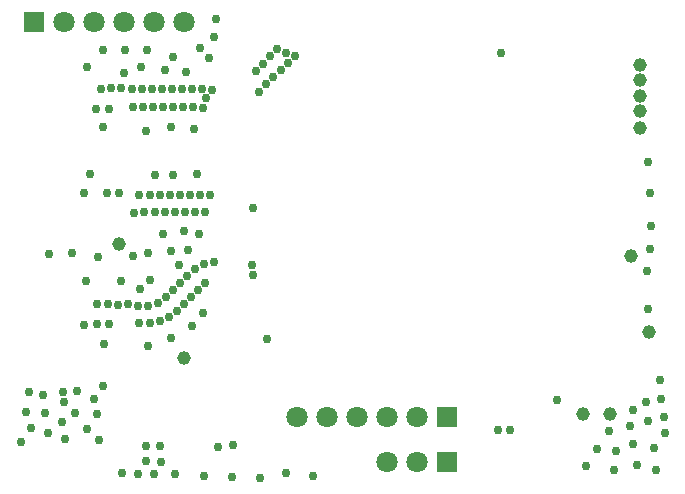
<source format=gbs>
G04*
G04 #@! TF.GenerationSoftware,Altium Limited,Altium Designer,20.0.13 (296)*
G04*
G04 Layer_Color=16711935*
%FSLAX25Y25*%
%MOIN*%
G70*
G01*
G75*
%ADD51C,0.04528*%
%ADD52R,0.07087X0.07087*%
%ADD53C,0.07087*%
%ADD54C,0.02953*%
D51*
X200630Y24173D02*
D03*
X191575D02*
D03*
X213661Y51535D02*
D03*
X36929Y80827D02*
D03*
X210705Y119374D02*
D03*
X210512Y125118D02*
D03*
Y135354D02*
D03*
X58622Y42913D02*
D03*
X210512Y130276D02*
D03*
Y140551D02*
D03*
X207520Y76968D02*
D03*
D52*
X146339Y8150D02*
D03*
X8740Y154685D02*
D03*
X146260Y23307D02*
D03*
D53*
X136260Y8150D02*
D03*
X126260D02*
D03*
X28740Y154685D02*
D03*
X18740D02*
D03*
X38740D02*
D03*
X48740D02*
D03*
X58740D02*
D03*
X96260Y23307D02*
D03*
X106260D02*
D03*
X116260D02*
D03*
X136260D02*
D03*
X126260D02*
D03*
D54*
X163256Y18850D02*
D03*
X167288Y18950D02*
D03*
X182953Y28780D02*
D03*
X212874Y71969D02*
D03*
X208268Y25354D02*
D03*
X4173Y14685D02*
D03*
X30089Y15314D02*
D03*
X31693Y33386D02*
D03*
X32008Y47638D02*
D03*
X31693Y119961D02*
D03*
X69095Y155709D02*
D03*
X68465Y149724D02*
D03*
X66929Y142756D02*
D03*
X63898Y145984D02*
D03*
X56968Y73819D02*
D03*
X41457Y76929D02*
D03*
X27126Y104016D02*
D03*
X26299Y139842D02*
D03*
X38583Y137953D02*
D03*
X31732Y145394D02*
D03*
X38865Y145386D02*
D03*
X46137Y145528D02*
D03*
X54976Y143104D02*
D03*
X59095Y138268D02*
D03*
X52267Y138685D02*
D03*
X44291Y139685D02*
D03*
X61968Y119291D02*
D03*
X54134Y119724D02*
D03*
X45866Y118583D02*
D03*
X62835Y104055D02*
D03*
X54843Y103740D02*
D03*
X48845Y103896D02*
D03*
X21186Y77662D02*
D03*
X13504Y77362D02*
D03*
X26024Y68425D02*
D03*
X37520Y68543D02*
D03*
X43858Y65827D02*
D03*
X47323Y68661D02*
D03*
X29882Y76417D02*
D03*
X59961Y78661D02*
D03*
X54331Y78311D02*
D03*
X46654Y77795D02*
D03*
X51614Y84291D02*
D03*
X58622Y85158D02*
D03*
X63583Y84291D02*
D03*
X64921Y57953D02*
D03*
X61339Y53504D02*
D03*
X54173Y49606D02*
D03*
X46457Y46850D02*
D03*
X212638Y28307D02*
D03*
X101693Y3622D02*
D03*
X92441Y4370D02*
D03*
X83976Y2874D02*
D03*
X65276Y3386D02*
D03*
X74488Y3110D02*
D03*
X75000Y13858D02*
D03*
X69764Y13110D02*
D03*
X55551Y4134D02*
D03*
X48583D02*
D03*
X43347D02*
D03*
X37835Y4606D02*
D03*
X46063Y8622D02*
D03*
X51063Y8110D02*
D03*
X50551Y13583D02*
D03*
X46063Y13347D02*
D03*
X29646Y24055D02*
D03*
X28622Y29055D02*
D03*
X26142Y19094D02*
D03*
X18898Y15827D02*
D03*
X17913Y21339D02*
D03*
X13189Y17835D02*
D03*
X7437Y19334D02*
D03*
X5945Y24803D02*
D03*
X11693Y30551D02*
D03*
X12165Y24567D02*
D03*
X18425Y28071D02*
D03*
X22402Y24567D02*
D03*
X22913Y31811D02*
D03*
X18150Y31535D02*
D03*
X6929D02*
D03*
X209646Y7126D02*
D03*
X218858Y17835D02*
D03*
X213858Y97874D02*
D03*
X214124Y86651D02*
D03*
X213858Y79173D02*
D03*
X218425Y23071D02*
D03*
X217362Y35551D02*
D03*
X217598Y29291D02*
D03*
X207402Y20079D02*
D03*
X192677Y6850D02*
D03*
X196181Y12362D02*
D03*
X200276Y18543D02*
D03*
X202480Y11772D02*
D03*
X201890Y5630D02*
D03*
X215869Y5373D02*
D03*
X215276Y12913D02*
D03*
X208386Y14095D02*
D03*
X213228Y59252D02*
D03*
X213386Y21654D02*
D03*
X25394Y53858D02*
D03*
X29724Y53976D02*
D03*
X29528Y60787D02*
D03*
X25157Y97716D02*
D03*
X32835Y97677D02*
D03*
X68541Y74705D02*
D03*
X65256Y73988D02*
D03*
X62269Y72444D02*
D03*
X59743Y70225D02*
D03*
X57366Y67847D02*
D03*
X54989Y65470D02*
D03*
X52611Y63092D02*
D03*
X49980Y60999D02*
D03*
X46697Y60275D02*
D03*
X43335D02*
D03*
X40002Y60720D02*
D03*
X36643Y60568D02*
D03*
X33289Y60807D02*
D03*
X33679Y53997D02*
D03*
X43741Y54528D02*
D03*
X47103Y54558D02*
D03*
X50425Y55073D02*
D03*
X53497Y56439D02*
D03*
X56151Y58504D02*
D03*
X58528Y60882D02*
D03*
X60906Y63259D02*
D03*
X63283Y65636D02*
D03*
X65749Y67922D02*
D03*
X81534Y70482D02*
D03*
X81313Y73837D02*
D03*
X67279Y97204D02*
D03*
X63916D02*
D03*
X60554D02*
D03*
X57192D02*
D03*
X53830D02*
D03*
X50468D02*
D03*
X47105D02*
D03*
X43743D02*
D03*
X37045Y97696D02*
D03*
X42055Y91045D02*
D03*
X45392Y91457D02*
D03*
X48754D02*
D03*
X52116D02*
D03*
X55479D02*
D03*
X58841D02*
D03*
X62203D02*
D03*
X65565D02*
D03*
X81534Y92923D02*
D03*
X89528Y145827D02*
D03*
X87241Y143313D02*
D03*
X84864Y140935D02*
D03*
X82486Y138558D02*
D03*
X67967Y132232D02*
D03*
X64626Y132606D02*
D03*
X61273Y132361D02*
D03*
X57911D02*
D03*
X54548D02*
D03*
X51186D02*
D03*
X47824D02*
D03*
X44462D02*
D03*
X41100D02*
D03*
X37751Y132657D02*
D03*
X34388Y132657D02*
D03*
X31063Y132598D02*
D03*
X29409Y125748D02*
D03*
X33622D02*
D03*
X41506Y126615D02*
D03*
X44868D02*
D03*
X48230D02*
D03*
X51592D02*
D03*
X54954D02*
D03*
X58317D02*
D03*
X61679D02*
D03*
X65017Y126208D02*
D03*
X83659Y131603D02*
D03*
X86036Y133981D02*
D03*
X88414Y136358D02*
D03*
X90791Y138736D02*
D03*
X93169Y141113D02*
D03*
X95675Y143354D02*
D03*
X65945Y129488D02*
D03*
X164094Y144567D02*
D03*
X92480Y144488D02*
D03*
X213150Y108150D02*
D03*
X86339Y49291D02*
D03*
M02*

</source>
